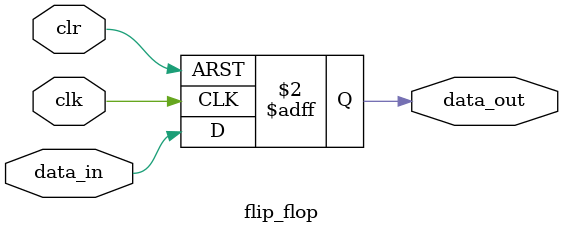
<source format=sv>
`default_nettype none
module edge_detector (input wire async_sig, input wire outclk, output wire out_sync_sig);
	// this is an edge detector composed of four flip_flops.
	// it needs to detect the rising edge of the async_sig such that we won't
	// have sychromization issue
	wire q1, q2, q3, q4;
	assign out_sync_sig = q3;

	flip_flop f1(async_sig, q4, 1'b1, q1);
	flip_flop f2(outclk, 1'b0, q1, q2);
	flip_flop f3(outclk, 1'b0, q2, q3);
	flip_flop f4(~outclk, 1'b0, q3, q4);
endmodule

module flip_flop (input wire clk, input wire clr, input wire data_in, output reg data_out);
	always_ff @(posedge clk, posedge clr) begin
		if (clr) data_out <= 1'b0;
		else data_out <= data_in;
	end
endmodule
`default_nettype wire

</source>
